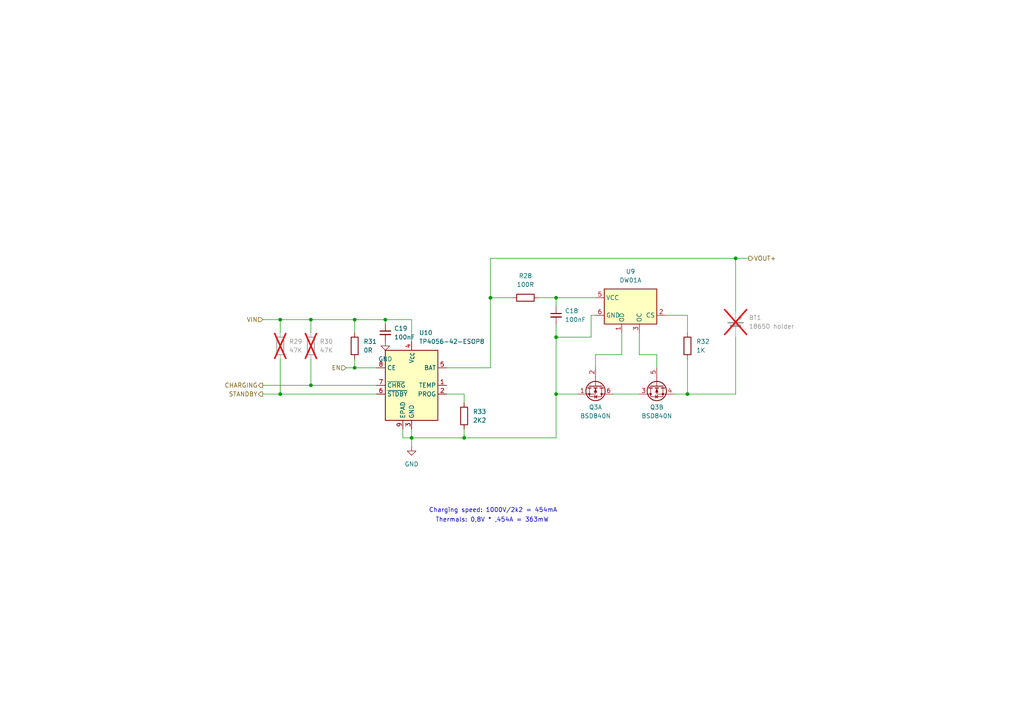
<source format=kicad_sch>
(kicad_sch
	(version 20250114)
	(generator "eeschema")
	(generator_version "9.0")
	(uuid "f36707cd-414c-49b6-86b9-84dfb81795cd")
	(paper "A4")
	(lib_symbols
		(symbol "Battery_Management:DW01A"
			(exclude_from_sim no)
			(in_bom yes)
			(on_board yes)
			(property "Reference" "U"
				(at -6.604 6.35 0)
				(effects
					(font
						(size 1.27 1.27)
					)
				)
			)
			(property "Value" "DW01A"
				(at 4.318 6.604 0)
				(effects
					(font
						(size 1.27 1.27)
					)
				)
			)
			(property "Footprint" "Package_TO_SOT_SMD:SOT-23-6"
				(at 0 0 0)
				(effects
					(font
						(size 1.27 1.27)
					)
					(hide yes)
				)
			)
			(property "Datasheet" "https://hmsemi.com/downfile/DW01A.PDF"
				(at 0 0 0)
				(effects
					(font
						(size 1.27 1.27)
					)
					(hide yes)
				)
			)
			(property "Description" "Overcharge, overcurrent and overdischarge protection IC for single cell lithium-ion/polymer battery"
				(at 0.254 1.524 0)
				(effects
					(font
						(size 1.27 1.27)
					)
					(hide yes)
				)
			)
			(property "ki_keywords" "battery protection li-ion lipo overcurrent overdischarge overcharge"
				(at 0 0 0)
				(effects
					(font
						(size 1.27 1.27)
					)
					(hide yes)
				)
			)
			(property "ki_fp_filters" "SOT?23*"
				(at 0 0 0)
				(effects
					(font
						(size 1.27 1.27)
					)
					(hide yes)
				)
			)
			(symbol "DW01A_0_1"
				(pin power_in line
					(at -10.16 2.54 0)
					(length 2.54)
					(name "VCC"
						(effects
							(font
								(size 1.27 1.27)
							)
						)
					)
					(number "5"
						(effects
							(font
								(size 1.27 1.27)
							)
						)
					)
				)
				(pin power_in line
					(at -10.16 -2.54 0)
					(length 2.54)
					(name "GND"
						(effects
							(font
								(size 1.27 1.27)
							)
						)
					)
					(number "6"
						(effects
							(font
								(size 1.27 1.27)
							)
						)
					)
				)
				(pin output line
					(at -2.54 -7.62 90)
					(length 2.54)
					(name "OD"
						(effects
							(font
								(size 1.27 1.27)
							)
						)
					)
					(number "1"
						(effects
							(font
								(size 1.27 1.27)
							)
						)
					)
				)
				(pin output line
					(at 2.54 -7.62 90)
					(length 2.54)
					(name "OC"
						(effects
							(font
								(size 1.27 1.27)
							)
						)
					)
					(number "3"
						(effects
							(font
								(size 1.27 1.27)
							)
						)
					)
				)
				(pin input line
					(at 10.16 -2.54 180)
					(length 2.54)
					(name "CS"
						(effects
							(font
								(size 1.27 1.27)
							)
						)
					)
					(number "2"
						(effects
							(font
								(size 1.27 1.27)
							)
						)
					)
				)
			)
			(symbol "DW01A_1_1"
				(rectangle
					(start -7.62 5.08)
					(end 7.62 -5.08)
					(stroke
						(width 0.254)
						(type default)
					)
					(fill
						(type background)
					)
				)
				(pin no_connect line
					(at 10.16 2.54 180)
					(length 2.54)
					(hide yes)
					(name "TD"
						(effects
							(font
								(size 1.27 1.27)
							)
						)
					)
					(number "4"
						(effects
							(font
								(size 1.27 1.27)
							)
						)
					)
				)
			)
			(embedded_fonts no)
		)
		(symbol "Battery_Management:TP4056-42-ESOP8"
			(exclude_from_sim no)
			(in_bom yes)
			(on_board yes)
			(property "Reference" "U"
				(at -6.604 11.684 0)
				(effects
					(font
						(size 1.27 1.27)
					)
				)
			)
			(property "Value" "TP4056-42-ESOP8"
				(at 10.16 11.684 0)
				(effects
					(font
						(size 1.27 1.27)
					)
				)
			)
			(property "Footprint" "Package_SO:SOIC-8-1EP_3.9x4.9mm_P1.27mm_EP2.41x3.3mm_ThermalVias"
				(at 0.508 -22.86 0)
				(effects
					(font
						(size 1.27 1.27)
					)
					(hide yes)
				)
			)
			(property "Datasheet" "https://www.lcsc.com/datasheet/lcsc_datasheet_2410121619_TOPPOWER-Nanjing-Extension-Microelectronics-TP4056-42-ESOP8_C16581.pdf"
				(at 0 -25.4 0)
				(effects
					(font
						(size 1.27 1.27)
					)
					(hide yes)
				)
			)
			(property "Description" "1A Standalone Linear Li-ion/LiPo single-cell battery charger, 4.2V ±1% charge voltage, VCC = 4.0..8.0V, SOIC-8 (SOP-8)"
				(at 0.508 -20.32 0)
				(effects
					(font
						(size 1.27 1.27)
					)
					(hide yes)
				)
			)
			(property "ki_keywords" "lithium-ion lithium-polymer Li-Poly"
				(at 0 0 0)
				(effects
					(font
						(size 1.27 1.27)
					)
					(hide yes)
				)
			)
			(property "ki_fp_filters" "*SO*3.9x4.*P1.27mm*EP2.4*x3.3*mm*"
				(at 0 0 0)
				(effects
					(font
						(size 1.27 1.27)
					)
					(hide yes)
				)
			)
			(symbol "TP4056-42-ESOP8_1_0"
				(pin input line
					(at -10.16 5.08 0)
					(length 2.54)
					(name "CE"
						(effects
							(font
								(size 1.27 1.27)
							)
						)
					)
					(number "8"
						(effects
							(font
								(size 1.27 1.27)
							)
						)
					)
				)
				(pin open_collector line
					(at -10.16 0 0)
					(length 2.54)
					(name "~{CHRG}"
						(effects
							(font
								(size 1.27 1.27)
							)
						)
					)
					(number "7"
						(effects
							(font
								(size 1.27 1.27)
							)
						)
					)
				)
				(pin open_collector line
					(at -10.16 -2.54 0)
					(length 2.54)
					(name "~{STDBY}"
						(effects
							(font
								(size 1.27 1.27)
							)
						)
					)
					(number "6"
						(effects
							(font
								(size 1.27 1.27)
							)
						)
					)
				)
				(pin passive line
					(at -2.54 -12.7 90)
					(length 2.54)
					(name "EPAD"
						(effects
							(font
								(size 1.27 1.27)
							)
						)
					)
					(number "9"
						(effects
							(font
								(size 1.27 1.27)
							)
						)
					)
				)
				(pin power_in line
					(at 0 12.7 270)
					(length 2.54)
					(name "V_{CC}"
						(effects
							(font
								(size 1.27 1.27)
							)
						)
					)
					(number "4"
						(effects
							(font
								(size 1.27 1.27)
							)
						)
					)
				)
				(pin power_in line
					(at 0 -12.7 90)
					(length 2.54)
					(name "GND"
						(effects
							(font
								(size 1.27 1.27)
							)
						)
					)
					(number "3"
						(effects
							(font
								(size 1.27 1.27)
							)
						)
					)
				)
				(pin power_out line
					(at 10.16 5.08 180)
					(length 2.54)
					(name "BAT"
						(effects
							(font
								(size 1.27 1.27)
							)
						)
					)
					(number "5"
						(effects
							(font
								(size 1.27 1.27)
							)
						)
					)
				)
				(pin input line
					(at 10.16 0 180)
					(length 2.54)
					(name "TEMP"
						(effects
							(font
								(size 1.27 1.27)
							)
						)
					)
					(number "1"
						(effects
							(font
								(size 1.27 1.27)
							)
						)
					)
				)
				(pin passive line
					(at 10.16 -2.54 180)
					(length 2.54)
					(name "PROG"
						(effects
							(font
								(size 1.27 1.27)
							)
						)
					)
					(number "2"
						(effects
							(font
								(size 1.27 1.27)
							)
						)
					)
				)
			)
			(symbol "TP4056-42-ESOP8_1_1"
				(rectangle
					(start -7.62 10.16)
					(end 7.62 -10.16)
					(stroke
						(width 0.254)
						(type default)
					)
					(fill
						(type background)
					)
				)
			)
			(embedded_fonts no)
		)
		(symbol "Device:Battery_Cell"
			(pin_numbers
				(hide yes)
			)
			(pin_names
				(offset 0)
				(hide yes)
			)
			(exclude_from_sim no)
			(in_bom yes)
			(on_board yes)
			(property "Reference" "BT"
				(at 2.54 2.54 0)
				(effects
					(font
						(size 1.27 1.27)
					)
					(justify left)
				)
			)
			(property "Value" "Battery_Cell"
				(at 2.54 0 0)
				(effects
					(font
						(size 1.27 1.27)
					)
					(justify left)
				)
			)
			(property "Footprint" ""
				(at 0 1.524 90)
				(effects
					(font
						(size 1.27 1.27)
					)
					(hide yes)
				)
			)
			(property "Datasheet" "~"
				(at 0 1.524 90)
				(effects
					(font
						(size 1.27 1.27)
					)
					(hide yes)
				)
			)
			(property "Description" "Single-cell battery"
				(at 0 0 0)
				(effects
					(font
						(size 1.27 1.27)
					)
					(hide yes)
				)
			)
			(property "ki_keywords" "battery cell"
				(at 0 0 0)
				(effects
					(font
						(size 1.27 1.27)
					)
					(hide yes)
				)
			)
			(symbol "Battery_Cell_0_1"
				(rectangle
					(start -2.286 1.778)
					(end 2.286 1.524)
					(stroke
						(width 0)
						(type default)
					)
					(fill
						(type outline)
					)
				)
				(rectangle
					(start -1.524 1.016)
					(end 1.524 0.508)
					(stroke
						(width 0)
						(type default)
					)
					(fill
						(type outline)
					)
				)
				(polyline
					(pts
						(xy 0 1.778) (xy 0 2.54)
					)
					(stroke
						(width 0)
						(type default)
					)
					(fill
						(type none)
					)
				)
				(polyline
					(pts
						(xy 0 0.762) (xy 0 0)
					)
					(stroke
						(width 0)
						(type default)
					)
					(fill
						(type none)
					)
				)
				(polyline
					(pts
						(xy 0.762 3.048) (xy 1.778 3.048)
					)
					(stroke
						(width 0.254)
						(type default)
					)
					(fill
						(type none)
					)
				)
				(polyline
					(pts
						(xy 1.27 3.556) (xy 1.27 2.54)
					)
					(stroke
						(width 0.254)
						(type default)
					)
					(fill
						(type none)
					)
				)
			)
			(symbol "Battery_Cell_1_1"
				(pin passive line
					(at 0 5.08 270)
					(length 2.54)
					(name "+"
						(effects
							(font
								(size 1.27 1.27)
							)
						)
					)
					(number "1"
						(effects
							(font
								(size 1.27 1.27)
							)
						)
					)
				)
				(pin passive line
					(at 0 -2.54 90)
					(length 2.54)
					(name "-"
						(effects
							(font
								(size 1.27 1.27)
							)
						)
					)
					(number "2"
						(effects
							(font
								(size 1.27 1.27)
							)
						)
					)
				)
			)
			(embedded_fonts no)
		)
		(symbol "Device:C_Small"
			(pin_numbers
				(hide yes)
			)
			(pin_names
				(offset 0.254)
				(hide yes)
			)
			(exclude_from_sim no)
			(in_bom yes)
			(on_board yes)
			(property "Reference" "C"
				(at 0.254 1.778 0)
				(effects
					(font
						(size 1.27 1.27)
					)
					(justify left)
				)
			)
			(property "Value" "C_Small"
				(at 0.254 -2.032 0)
				(effects
					(font
						(size 1.27 1.27)
					)
					(justify left)
				)
			)
			(property "Footprint" ""
				(at 0 0 0)
				(effects
					(font
						(size 1.27 1.27)
					)
					(hide yes)
				)
			)
			(property "Datasheet" "~"
				(at 0 0 0)
				(effects
					(font
						(size 1.27 1.27)
					)
					(hide yes)
				)
			)
			(property "Description" "Unpolarized capacitor, small symbol"
				(at 0 0 0)
				(effects
					(font
						(size 1.27 1.27)
					)
					(hide yes)
				)
			)
			(property "ki_keywords" "capacitor cap"
				(at 0 0 0)
				(effects
					(font
						(size 1.27 1.27)
					)
					(hide yes)
				)
			)
			(property "ki_fp_filters" "C_*"
				(at 0 0 0)
				(effects
					(font
						(size 1.27 1.27)
					)
					(hide yes)
				)
			)
			(symbol "C_Small_0_1"
				(polyline
					(pts
						(xy -1.524 0.508) (xy 1.524 0.508)
					)
					(stroke
						(width 0.3048)
						(type default)
					)
					(fill
						(type none)
					)
				)
				(polyline
					(pts
						(xy -1.524 -0.508) (xy 1.524 -0.508)
					)
					(stroke
						(width 0.3302)
						(type default)
					)
					(fill
						(type none)
					)
				)
			)
			(symbol "C_Small_1_1"
				(pin passive line
					(at 0 2.54 270)
					(length 2.032)
					(name "~"
						(effects
							(font
								(size 1.27 1.27)
							)
						)
					)
					(number "1"
						(effects
							(font
								(size 1.27 1.27)
							)
						)
					)
				)
				(pin passive line
					(at 0 -2.54 90)
					(length 2.032)
					(name "~"
						(effects
							(font
								(size 1.27 1.27)
							)
						)
					)
					(number "2"
						(effects
							(font
								(size 1.27 1.27)
							)
						)
					)
				)
			)
			(embedded_fonts no)
		)
		(symbol "Device:R"
			(pin_numbers
				(hide yes)
			)
			(pin_names
				(offset 0)
			)
			(exclude_from_sim no)
			(in_bom yes)
			(on_board yes)
			(property "Reference" "R"
				(at 2.032 0 90)
				(effects
					(font
						(size 1.27 1.27)
					)
				)
			)
			(property "Value" "R"
				(at 0 0 90)
				(effects
					(font
						(size 1.27 1.27)
					)
				)
			)
			(property "Footprint" ""
				(at -1.778 0 90)
				(effects
					(font
						(size 1.27 1.27)
					)
					(hide yes)
				)
			)
			(property "Datasheet" "~"
				(at 0 0 0)
				(effects
					(font
						(size 1.27 1.27)
					)
					(hide yes)
				)
			)
			(property "Description" "Resistor"
				(at 0 0 0)
				(effects
					(font
						(size 1.27 1.27)
					)
					(hide yes)
				)
			)
			(property "ki_keywords" "R res resistor"
				(at 0 0 0)
				(effects
					(font
						(size 1.27 1.27)
					)
					(hide yes)
				)
			)
			(property "ki_fp_filters" "R_*"
				(at 0 0 0)
				(effects
					(font
						(size 1.27 1.27)
					)
					(hide yes)
				)
			)
			(symbol "R_0_1"
				(rectangle
					(start -1.016 -2.54)
					(end 1.016 2.54)
					(stroke
						(width 0.254)
						(type default)
					)
					(fill
						(type none)
					)
				)
			)
			(symbol "R_1_1"
				(pin passive line
					(at 0 3.81 270)
					(length 1.27)
					(name "~"
						(effects
							(font
								(size 1.27 1.27)
							)
						)
					)
					(number "1"
						(effects
							(font
								(size 1.27 1.27)
							)
						)
					)
				)
				(pin passive line
					(at 0 -3.81 90)
					(length 1.27)
					(name "~"
						(effects
							(font
								(size 1.27 1.27)
							)
						)
					)
					(number "2"
						(effects
							(font
								(size 1.27 1.27)
							)
						)
					)
				)
			)
			(embedded_fonts no)
		)
		(symbol "Transistor_FET:BSD840N"
			(pin_names
				(hide yes)
			)
			(exclude_from_sim no)
			(in_bom yes)
			(on_board yes)
			(property "Reference" "Q"
				(at 5.08 1.905 0)
				(effects
					(font
						(size 1.27 1.27)
					)
					(justify left)
				)
			)
			(property "Value" "BSD840N"
				(at 5.08 0 0)
				(effects
					(font
						(size 1.27 1.27)
					)
					(justify left)
				)
			)
			(property "Footprint" "Package_TO_SOT_SMD:SOT-363_SC-70-6"
				(at 5.08 -1.905 0)
				(effects
					(font
						(size 1.27 1.27)
						(italic yes)
					)
					(justify left)
					(hide yes)
				)
			)
			(property "Datasheet" "https://www.infineon.com/dgdl/BSD840N_Rev2%204.pdf?fileId=db3a30431b0626df011b12b4486c7c02"
				(at 5.08 -3.81 0)
				(effects
					(font
						(size 1.27 1.27)
					)
					(justify left)
					(hide yes)
				)
			)
			(property "Description" "0.88A Id, 20V Vds, Dual N-Channel MOSFET, 560mOhm Ron at 1.8V Vgs (ultra logic level), SOT-363"
				(at 0 0 0)
				(effects
					(font
						(size 1.27 1.27)
					)
					(hide yes)
				)
			)
			(property "ki_keywords" "nfet pair"
				(at 0 0 0)
				(effects
					(font
						(size 1.27 1.27)
					)
					(hide yes)
				)
			)
			(property "ki_fp_filters" "SOT?363*"
				(at 0 0 0)
				(effects
					(font
						(size 1.27 1.27)
					)
					(hide yes)
				)
			)
			(symbol "BSD840N_0_1"
				(polyline
					(pts
						(xy 0.254 1.905) (xy 0.254 -1.905)
					)
					(stroke
						(width 0.254)
						(type default)
					)
					(fill
						(type none)
					)
				)
				(polyline
					(pts
						(xy 0.254 0) (xy -2.54 0)
					)
					(stroke
						(width 0)
						(type default)
					)
					(fill
						(type none)
					)
				)
				(polyline
					(pts
						(xy 0.762 2.286) (xy 0.762 1.27)
					)
					(stroke
						(width 0.254)
						(type default)
					)
					(fill
						(type none)
					)
				)
				(polyline
					(pts
						(xy 0.762 0.508) (xy 0.762 -0.508)
					)
					(stroke
						(width 0.254)
						(type default)
					)
					(fill
						(type none)
					)
				)
				(polyline
					(pts
						(xy 0.762 -1.27) (xy 0.762 -2.286)
					)
					(stroke
						(width 0.254)
						(type default)
					)
					(fill
						(type none)
					)
				)
				(polyline
					(pts
						(xy 0.762 -1.778) (xy 3.302 -1.778) (xy 3.302 1.778) (xy 0.762 1.778)
					)
					(stroke
						(width 0)
						(type default)
					)
					(fill
						(type none)
					)
				)
				(polyline
					(pts
						(xy 1.016 0) (xy 2.032 0.381) (xy 2.032 -0.381) (xy 1.016 0)
					)
					(stroke
						(width 0)
						(type default)
					)
					(fill
						(type outline)
					)
				)
				(circle
					(center 1.651 0)
					(radius 2.794)
					(stroke
						(width 0.254)
						(type default)
					)
					(fill
						(type none)
					)
				)
				(polyline
					(pts
						(xy 2.54 2.54) (xy 2.54 1.778)
					)
					(stroke
						(width 0)
						(type default)
					)
					(fill
						(type none)
					)
				)
				(circle
					(center 2.54 1.778)
					(radius 0.254)
					(stroke
						(width 0)
						(type default)
					)
					(fill
						(type outline)
					)
				)
				(circle
					(center 2.54 -1.778)
					(radius 0.254)
					(stroke
						(width 0)
						(type default)
					)
					(fill
						(type outline)
					)
				)
				(polyline
					(pts
						(xy 2.54 -2.54) (xy 2.54 0) (xy 0.762 0)
					)
					(stroke
						(width 0)
						(type default)
					)
					(fill
						(type none)
					)
				)
				(polyline
					(pts
						(xy 2.794 0.508) (xy 2.921 0.381) (xy 3.683 0.381) (xy 3.81 0.254)
					)
					(stroke
						(width 0)
						(type default)
					)
					(fill
						(type none)
					)
				)
				(polyline
					(pts
						(xy 3.302 0.381) (xy 2.921 -0.254) (xy 3.683 -0.254) (xy 3.302 0.381)
					)
					(stroke
						(width 0)
						(type default)
					)
					(fill
						(type none)
					)
				)
			)
			(symbol "BSD840N_1_1"
				(pin passive line
					(at -5.08 0 0)
					(length 2.54)
					(name "G"
						(effects
							(font
								(size 1.27 1.27)
							)
						)
					)
					(number "2"
						(effects
							(font
								(size 1.27 1.27)
							)
						)
					)
				)
				(pin passive line
					(at 2.54 5.08 270)
					(length 2.54)
					(name "D"
						(effects
							(font
								(size 1.27 1.27)
							)
						)
					)
					(number "6"
						(effects
							(font
								(size 1.27 1.27)
							)
						)
					)
				)
				(pin passive line
					(at 2.54 -5.08 90)
					(length 2.54)
					(name "S"
						(effects
							(font
								(size 1.27 1.27)
							)
						)
					)
					(number "1"
						(effects
							(font
								(size 1.27 1.27)
							)
						)
					)
				)
			)
			(symbol "BSD840N_2_1"
				(pin passive line
					(at -5.08 0 0)
					(length 2.54)
					(name "G"
						(effects
							(font
								(size 1.27 1.27)
							)
						)
					)
					(number "5"
						(effects
							(font
								(size 1.27 1.27)
							)
						)
					)
				)
				(pin passive line
					(at 2.54 5.08 270)
					(length 2.54)
					(name "D"
						(effects
							(font
								(size 1.27 1.27)
							)
						)
					)
					(number "3"
						(effects
							(font
								(size 1.27 1.27)
							)
						)
					)
				)
				(pin passive line
					(at 2.54 -5.08 90)
					(length 2.54)
					(name "S"
						(effects
							(font
								(size 1.27 1.27)
							)
						)
					)
					(number "4"
						(effects
							(font
								(size 1.27 1.27)
							)
						)
					)
				)
			)
			(embedded_fonts no)
		)
		(symbol "power:GND"
			(power)
			(pin_numbers
				(hide yes)
			)
			(pin_names
				(offset 0)
				(hide yes)
			)
			(exclude_from_sim no)
			(in_bom yes)
			(on_board yes)
			(property "Reference" "#PWR"
				(at 0 -6.35 0)
				(effects
					(font
						(size 1.27 1.27)
					)
					(hide yes)
				)
			)
			(property "Value" "GND"
				(at 0 -3.81 0)
				(effects
					(font
						(size 1.27 1.27)
					)
				)
			)
			(property "Footprint" ""
				(at 0 0 0)
				(effects
					(font
						(size 1.27 1.27)
					)
					(hide yes)
				)
			)
			(property "Datasheet" ""
				(at 0 0 0)
				(effects
					(font
						(size 1.27 1.27)
					)
					(hide yes)
				)
			)
			(property "Description" "Power symbol creates a global label with name \"GND\" , ground"
				(at 0 0 0)
				(effects
					(font
						(size 1.27 1.27)
					)
					(hide yes)
				)
			)
			(property "ki_keywords" "global power"
				(at 0 0 0)
				(effects
					(font
						(size 1.27 1.27)
					)
					(hide yes)
				)
			)
			(symbol "GND_0_1"
				(polyline
					(pts
						(xy 0 0) (xy 0 -1.27) (xy 1.27 -1.27) (xy 0 -2.54) (xy -1.27 -1.27) (xy 0 -1.27)
					)
					(stroke
						(width 0)
						(type default)
					)
					(fill
						(type none)
					)
				)
			)
			(symbol "GND_1_1"
				(pin power_in line
					(at 0 0 270)
					(length 0)
					(name "~"
						(effects
							(font
								(size 1.27 1.27)
							)
						)
					)
					(number "1"
						(effects
							(font
								(size 1.27 1.27)
							)
						)
					)
				)
			)
			(embedded_fonts no)
		)
	)
	(text "Thermals: 0,8V * ,454A = 363mW"
		(exclude_from_sim no)
		(at 142.748 150.876 0)
		(effects
			(font
				(size 1.27 1.27)
			)
		)
		(uuid "3eaaa133-f43e-4aa2-b641-225d40ff87d4")
	)
	(text "Charging speed: 1000V/2k2 = 454mA"
		(exclude_from_sim no)
		(at 143.002 148.082 0)
		(effects
			(font
				(size 1.27 1.27)
			)
		)
		(uuid "a48d2882-a189-4b63-960f-d5dd5fcb97ab")
	)
	(junction
		(at 199.39 114.3)
		(diameter 0)
		(color 0 0 0 0)
		(uuid "059a2e56-b124-4023-b743-9910fe210e0d")
	)
	(junction
		(at 213.36 74.93)
		(diameter 0)
		(color 0 0 0 0)
		(uuid "3be62020-c8f6-40d6-adb3-ea3bdd70b5ce")
	)
	(junction
		(at 142.24 86.36)
		(diameter 0)
		(color 0 0 0 0)
		(uuid "3da98ddd-74c8-408b-adf6-92138644b767")
	)
	(junction
		(at 81.28 92.71)
		(diameter 0)
		(color 0 0 0 0)
		(uuid "4d7babbf-30f8-4639-9957-c1492e6a774e")
	)
	(junction
		(at 102.87 106.68)
		(diameter 0)
		(color 0 0 0 0)
		(uuid "65b5484d-3a13-4108-bc0b-9145f4e74cc0")
	)
	(junction
		(at 81.28 114.3)
		(diameter 0)
		(color 0 0 0 0)
		(uuid "6c9f3942-2460-4b65-9709-d394a7a1814f")
	)
	(junction
		(at 119.38 127)
		(diameter 0)
		(color 0 0 0 0)
		(uuid "811aeca3-cb04-4cd9-8340-cf63b12ab2f8")
	)
	(junction
		(at 161.29 86.36)
		(diameter 0)
		(color 0 0 0 0)
		(uuid "82430655-e8ad-4314-ab25-83e5686c05e6")
	)
	(junction
		(at 111.76 92.71)
		(diameter 0)
		(color 0 0 0 0)
		(uuid "9735ea9c-7bcc-47dc-9019-7e6dae05a5d5")
	)
	(junction
		(at 90.17 92.71)
		(diameter 0)
		(color 0 0 0 0)
		(uuid "a231496f-91f8-4613-8ad0-9cf3a698e3de")
	)
	(junction
		(at 161.29 114.3)
		(diameter 0)
		(color 0 0 0 0)
		(uuid "a6c9dc8c-6ec7-44e8-8d11-0bb54d16a220")
	)
	(junction
		(at 161.29 97.79)
		(diameter 0)
		(color 0 0 0 0)
		(uuid "aa31517c-52b5-42d0-9c22-8b9bc39e424f")
	)
	(junction
		(at 134.62 127)
		(diameter 0)
		(color 0 0 0 0)
		(uuid "b6fb232c-0efd-4483-9329-57a54ad4104c")
	)
	(junction
		(at 90.17 111.76)
		(diameter 0)
		(color 0 0 0 0)
		(uuid "bba2e6a5-27ec-4e27-8c2a-4d0c4dba3ffb")
	)
	(junction
		(at 102.87 92.71)
		(diameter 0)
		(color 0 0 0 0)
		(uuid "dfa213d1-96e3-4da0-9a7f-94555ef49526")
	)
	(wire
		(pts
			(xy 177.8 114.3) (xy 185.42 114.3)
		)
		(stroke
			(width 0)
			(type default)
		)
		(uuid "00ea99a7-e818-4f31-8169-c9b0867791ba")
	)
	(wire
		(pts
			(xy 161.29 93.98) (xy 161.29 97.79)
		)
		(stroke
			(width 0)
			(type default)
		)
		(uuid "062512a7-8dec-4175-939a-3c73e73bae0d")
	)
	(wire
		(pts
			(xy 161.29 88.9) (xy 161.29 86.36)
		)
		(stroke
			(width 0)
			(type default)
		)
		(uuid "0e753ab8-a305-49b3-96c3-e55d9655b519")
	)
	(wire
		(pts
			(xy 142.24 86.36) (xy 148.59 86.36)
		)
		(stroke
			(width 0)
			(type default)
		)
		(uuid "1fbf662e-ee9a-42b6-9e08-2c57b2276ced")
	)
	(wire
		(pts
			(xy 116.84 124.46) (xy 116.84 127)
		)
		(stroke
			(width 0)
			(type default)
		)
		(uuid "27a19a24-36e9-4648-827b-3ef8cbd78d6b")
	)
	(wire
		(pts
			(xy 172.72 91.44) (xy 171.45 91.44)
		)
		(stroke
			(width 0)
			(type default)
		)
		(uuid "286f6ce4-e752-4c61-add2-bc39413577d0")
	)
	(wire
		(pts
			(xy 193.04 91.44) (xy 199.39 91.44)
		)
		(stroke
			(width 0)
			(type default)
		)
		(uuid "2a4323cf-e466-4c90-af9a-7384a647dd45")
	)
	(wire
		(pts
			(xy 172.72 106.68) (xy 172.72 102.87)
		)
		(stroke
			(width 0)
			(type default)
		)
		(uuid "2a438526-bb85-4627-b7ba-a603c953bb9a")
	)
	(wire
		(pts
			(xy 134.62 114.3) (xy 134.62 116.84)
		)
		(stroke
			(width 0)
			(type default)
		)
		(uuid "2e9aacfe-8492-497f-bef2-e79bcbea6be4")
	)
	(wire
		(pts
			(xy 199.39 104.14) (xy 199.39 114.3)
		)
		(stroke
			(width 0)
			(type default)
		)
		(uuid "380b77aa-2649-495c-ba21-0c6cdeb7d1bc")
	)
	(wire
		(pts
			(xy 119.38 92.71) (xy 119.38 99.06)
		)
		(stroke
			(width 0)
			(type default)
		)
		(uuid "38193a05-faa1-43ed-9944-cedaee60cc9d")
	)
	(wire
		(pts
			(xy 171.45 91.44) (xy 171.45 97.79)
		)
		(stroke
			(width 0)
			(type default)
		)
		(uuid "3a1292df-802b-44f3-96bc-9afbef56abc7")
	)
	(wire
		(pts
			(xy 81.28 114.3) (xy 109.22 114.3)
		)
		(stroke
			(width 0)
			(type default)
		)
		(uuid "4ae936c9-9853-4c63-aabd-75b3671f4771")
	)
	(wire
		(pts
			(xy 76.2 92.71) (xy 81.28 92.71)
		)
		(stroke
			(width 0)
			(type default)
		)
		(uuid "5101bc98-ed05-4600-919c-e6d05bf4d1cd")
	)
	(wire
		(pts
			(xy 119.38 124.46) (xy 119.38 127)
		)
		(stroke
			(width 0)
			(type default)
		)
		(uuid "5899ddf8-ae35-4c2b-897f-0cc0d5078ce5")
	)
	(wire
		(pts
			(xy 116.84 127) (xy 119.38 127)
		)
		(stroke
			(width 0)
			(type default)
		)
		(uuid "58d65ae4-803d-48e8-bc1b-2f8527854eb6")
	)
	(wire
		(pts
			(xy 142.24 106.68) (xy 142.24 86.36)
		)
		(stroke
			(width 0)
			(type default)
		)
		(uuid "59185396-3577-4fa7-a849-d8e1c055694c")
	)
	(wire
		(pts
			(xy 172.72 102.87) (xy 180.34 102.87)
		)
		(stroke
			(width 0)
			(type default)
		)
		(uuid "5ac54f2e-ff0c-40af-99b1-a25dc06ede6c")
	)
	(wire
		(pts
			(xy 213.36 74.93) (xy 217.17 74.93)
		)
		(stroke
			(width 0)
			(type default)
		)
		(uuid "5fe7a828-8c00-4f61-8f0d-caef4a0a6940")
	)
	(wire
		(pts
			(xy 185.42 102.87) (xy 190.5 102.87)
		)
		(stroke
			(width 0)
			(type default)
		)
		(uuid "607bdd6e-1ac4-4903-a224-a3a6a29a8815")
	)
	(wire
		(pts
			(xy 134.62 127) (xy 161.29 127)
		)
		(stroke
			(width 0)
			(type default)
		)
		(uuid "61e0d30b-ad8c-46fd-9f51-83eccaacb590")
	)
	(wire
		(pts
			(xy 81.28 96.52) (xy 81.28 92.71)
		)
		(stroke
			(width 0)
			(type default)
		)
		(uuid "63156957-f3e3-4c2b-bf42-abe92bb1792b")
	)
	(wire
		(pts
			(xy 142.24 74.93) (xy 142.24 86.36)
		)
		(stroke
			(width 0)
			(type default)
		)
		(uuid "63e7570d-4257-4e1c-a890-f238f4683c38")
	)
	(wire
		(pts
			(xy 111.76 92.71) (xy 119.38 92.71)
		)
		(stroke
			(width 0)
			(type default)
		)
		(uuid "6f1b3513-f637-4e09-8d53-ef77c24c20c7")
	)
	(wire
		(pts
			(xy 102.87 92.71) (xy 102.87 96.52)
		)
		(stroke
			(width 0)
			(type default)
		)
		(uuid "73c76cf9-fe7a-42e5-a718-157402775374")
	)
	(wire
		(pts
			(xy 199.39 91.44) (xy 199.39 96.52)
		)
		(stroke
			(width 0)
			(type default)
		)
		(uuid "76b5b8ee-6969-48bc-852d-42d85204a571")
	)
	(wire
		(pts
			(xy 90.17 111.76) (xy 90.17 104.14)
		)
		(stroke
			(width 0)
			(type default)
		)
		(uuid "7725883c-a562-48e1-87d9-346b18ad8743")
	)
	(wire
		(pts
			(xy 180.34 102.87) (xy 180.34 96.52)
		)
		(stroke
			(width 0)
			(type default)
		)
		(uuid "7816e55e-c990-406b-8e5a-1b50b00dfc28")
	)
	(wire
		(pts
			(xy 90.17 111.76) (xy 109.22 111.76)
		)
		(stroke
			(width 0)
			(type default)
		)
		(uuid "828ec44b-75b2-468d-a636-0ff75530e816")
	)
	(wire
		(pts
			(xy 142.24 74.93) (xy 213.36 74.93)
		)
		(stroke
			(width 0)
			(type default)
		)
		(uuid "90c44b6f-f3c8-491e-9fe0-59ebb611601f")
	)
	(wire
		(pts
			(xy 81.28 114.3) (xy 81.28 104.14)
		)
		(stroke
			(width 0)
			(type default)
		)
		(uuid "9630a9bd-d303-42f6-86c0-7c1170692173")
	)
	(wire
		(pts
			(xy 111.76 92.71) (xy 111.76 93.98)
		)
		(stroke
			(width 0)
			(type default)
		)
		(uuid "9884169e-989a-4898-b207-de896b918edb")
	)
	(wire
		(pts
			(xy 129.54 114.3) (xy 134.62 114.3)
		)
		(stroke
			(width 0)
			(type default)
		)
		(uuid "98c486f8-0102-4254-b6a7-275e4826c631")
	)
	(wire
		(pts
			(xy 76.2 111.76) (xy 90.17 111.76)
		)
		(stroke
			(width 0)
			(type default)
		)
		(uuid "9d25a7b2-5bb1-4d94-8828-8b3244c30129")
	)
	(wire
		(pts
			(xy 102.87 106.68) (xy 109.22 106.68)
		)
		(stroke
			(width 0)
			(type default)
		)
		(uuid "9dd01be5-d115-425e-be04-fab497e9fa9c")
	)
	(wire
		(pts
			(xy 81.28 92.71) (xy 90.17 92.71)
		)
		(stroke
			(width 0)
			(type default)
		)
		(uuid "9ddc4bc5-65f6-4c5a-ac31-1e12f8175968")
	)
	(wire
		(pts
			(xy 167.64 114.3) (xy 161.29 114.3)
		)
		(stroke
			(width 0)
			(type default)
		)
		(uuid "a4931dc1-5879-4bbf-9ba9-c4a5d8395d50")
	)
	(wire
		(pts
			(xy 185.42 96.52) (xy 185.42 102.87)
		)
		(stroke
			(width 0)
			(type default)
		)
		(uuid "a68de985-b11b-4178-94b0-1ce6754359ac")
	)
	(wire
		(pts
			(xy 100.33 106.68) (xy 102.87 106.68)
		)
		(stroke
			(width 0)
			(type default)
		)
		(uuid "b032dbf2-520b-4aa0-b93e-60aa8dd76394")
	)
	(wire
		(pts
			(xy 76.2 114.3) (xy 81.28 114.3)
		)
		(stroke
			(width 0)
			(type default)
		)
		(uuid "b3180203-f5bc-4ebc-a862-fe6313fa07b5")
	)
	(wire
		(pts
			(xy 161.29 97.79) (xy 161.29 114.3)
		)
		(stroke
			(width 0)
			(type default)
		)
		(uuid "b3f9f7b7-a252-4ac1-8b8c-fbbba5d0b3ca")
	)
	(wire
		(pts
			(xy 213.36 74.93) (xy 213.36 90.17)
		)
		(stroke
			(width 0)
			(type default)
		)
		(uuid "b53d495c-6391-4b9e-8293-26f3cd682a3a")
	)
	(wire
		(pts
			(xy 161.29 114.3) (xy 161.29 127)
		)
		(stroke
			(width 0)
			(type default)
		)
		(uuid "b6b49aec-2409-4cc8-b78e-0ef0cb13cfff")
	)
	(wire
		(pts
			(xy 102.87 104.14) (xy 102.87 106.68)
		)
		(stroke
			(width 0)
			(type default)
		)
		(uuid "bfbe3c56-86db-4ed7-b333-1a8baa363494")
	)
	(wire
		(pts
			(xy 161.29 97.79) (xy 171.45 97.79)
		)
		(stroke
			(width 0)
			(type default)
		)
		(uuid "c3fb2104-3031-437f-ade7-2acd8a3bdc77")
	)
	(wire
		(pts
			(xy 142.24 106.68) (xy 129.54 106.68)
		)
		(stroke
			(width 0)
			(type default)
		)
		(uuid "c9f394af-662d-47c4-912a-7c54a397b570")
	)
	(wire
		(pts
			(xy 119.38 127) (xy 119.38 129.54)
		)
		(stroke
			(width 0)
			(type default)
		)
		(uuid "ca1ad97d-d070-4f18-986d-d6180af107f9")
	)
	(wire
		(pts
			(xy 119.38 127) (xy 134.62 127)
		)
		(stroke
			(width 0)
			(type default)
		)
		(uuid "cce5f080-d246-4cd8-b4ed-daa11be257f1")
	)
	(wire
		(pts
			(xy 90.17 92.71) (xy 102.87 92.71)
		)
		(stroke
			(width 0)
			(type default)
		)
		(uuid "dc7afe41-6cf0-44b0-b70c-600d564a2abe")
	)
	(wire
		(pts
			(xy 161.29 86.36) (xy 172.72 86.36)
		)
		(stroke
			(width 0)
			(type default)
		)
		(uuid "dd96f7ce-22dc-4705-a892-2436d8fd5b84")
	)
	(wire
		(pts
			(xy 102.87 92.71) (xy 111.76 92.71)
		)
		(stroke
			(width 0)
			(type default)
		)
		(uuid "e27b0ca9-62a4-4148-8f0a-21f6e03dfcbf")
	)
	(wire
		(pts
			(xy 156.21 86.36) (xy 161.29 86.36)
		)
		(stroke
			(width 0)
			(type default)
		)
		(uuid "e2871034-4551-40f3-b66e-a9955da4bcca")
	)
	(wire
		(pts
			(xy 199.39 114.3) (xy 195.58 114.3)
		)
		(stroke
			(width 0)
			(type default)
		)
		(uuid "e3234f0c-72a5-482a-80ee-4909f0347d6c")
	)
	(wire
		(pts
			(xy 134.62 124.46) (xy 134.62 127)
		)
		(stroke
			(width 0)
			(type default)
		)
		(uuid "e5ebb8d7-6750-477d-be21-f14d24141722")
	)
	(wire
		(pts
			(xy 213.36 97.79) (xy 213.36 114.3)
		)
		(stroke
			(width 0)
			(type default)
		)
		(uuid "e7115733-c28f-4f59-bd38-4bbe709cf6bc")
	)
	(wire
		(pts
			(xy 90.17 92.71) (xy 90.17 96.52)
		)
		(stroke
			(width 0)
			(type default)
		)
		(uuid "f28f53ed-8c13-404b-a6e8-5daa73a060e9")
	)
	(wire
		(pts
			(xy 199.39 114.3) (xy 213.36 114.3)
		)
		(stroke
			(width 0)
			(type default)
		)
		(uuid "f7042b0b-eab2-4392-a1df-3729554414b2")
	)
	(wire
		(pts
			(xy 190.5 102.87) (xy 190.5 106.68)
		)
		(stroke
			(width 0)
			(type default)
		)
		(uuid "fee892a0-8526-4c87-9fde-c3507d6be4bd")
	)
	(hierarchical_label "EN"
		(shape input)
		(at 100.33 106.68 180)
		(effects
			(font
				(size 1.27 1.27)
			)
			(justify right)
		)
		(uuid "3fa75b8b-18a1-4bf3-acec-7f7c480b6fcf")
	)
	(hierarchical_label "CHARGING"
		(shape output)
		(at 76.2 111.76 180)
		(effects
			(font
				(size 1.27 1.27)
			)
			(justify right)
		)
		(uuid "45ee662b-3ac5-47a0-95d7-8b8b2654c9dc")
	)
	(hierarchical_label "VOUT+"
		(shape output)
		(at 217.17 74.93 0)
		(effects
			(font
				(size 1.27 1.27)
			)
			(justify left)
		)
		(uuid "5eb28472-0fca-4a28-a5d7-dcd3d5c5094f")
	)
	(hierarchical_label "VIN"
		(shape input)
		(at 76.2 92.71 180)
		(effects
			(font
				(size 1.27 1.27)
			)
			(justify right)
		)
		(uuid "88f34735-15b4-492f-b323-8671301d70b4")
	)
	(hierarchical_label "STANDBY"
		(shape output)
		(at 76.2 114.3 180)
		(effects
			(font
				(size 1.27 1.27)
			)
			(justify right)
		)
		(uuid "ac2e2e8e-7021-4838-8481-3193c5b3acd6")
	)
	(symbol
		(lib_id "power:GND")
		(at 119.38 129.54 0)
		(unit 1)
		(exclude_from_sim no)
		(in_bom yes)
		(on_board yes)
		(dnp no)
		(fields_autoplaced yes)
		(uuid "00be0f71-18a1-47c8-bf65-4bf1e4d88af6")
		(property "Reference" "#PWR033"
			(at 119.38 135.89 0)
			(effects
				(font
					(size 1.27 1.27)
				)
				(hide yes)
			)
		)
		(property "Value" "GND"
			(at 119.38 134.62 0)
			(effects
				(font
					(size 1.27 1.27)
				)
			)
		)
		(property "Footprint" ""
			(at 119.38 129.54 0)
			(effects
				(font
					(size 1.27 1.27)
				)
				(hide yes)
			)
		)
		(property "Datasheet" ""
			(at 119.38 129.54 0)
			(effects
				(font
					(size 1.27 1.27)
				)
				(hide yes)
			)
		)
		(property "Description" "Power symbol creates a global label with name \"GND\" , ground"
			(at 119.38 129.54 0)
			(effects
				(font
					(size 1.27 1.27)
				)
				(hide yes)
			)
		)
		(pin "1"
			(uuid "196843e2-e831-4980-afa9-308b056aa010")
		)
		(instances
			(project ""
				(path "/5a79f1e2-ba22-48c7-8b94-7783fef98302/563ff662-8cb2-4058-8086-3897d6a04e0b"
					(reference "#PWR033")
					(unit 1)
				)
			)
		)
	)
	(symbol
		(lib_id "Transistor_FET:BSD840N")
		(at 190.5 111.76 90)
		(mirror x)
		(unit 2)
		(exclude_from_sim no)
		(in_bom yes)
		(on_board yes)
		(dnp no)
		(uuid "0d2a68af-36a0-4cb6-a5d3-7c41085d0794")
		(property "Reference" "Q3"
			(at 190.5 118.11 90)
			(effects
				(font
					(size 1.27 1.27)
				)
			)
		)
		(property "Value" "BSD840N"
			(at 190.5 120.65 90)
			(effects
				(font
					(size 1.27 1.27)
				)
			)
		)
		(property "Footprint" "Package_TO_SOT_SMD:SOT-363_SC-70-6"
			(at 192.405 116.84 0)
			(effects
				(font
					(size 1.27 1.27)
					(italic yes)
				)
				(justify left)
				(hide yes)
			)
		)
		(property "Datasheet" "https://www.infineon.com/dgdl/BSD840N_Rev2%204.pdf?fileId=db3a30431b0626df011b12b4486c7c02"
			(at 194.31 116.84 0)
			(effects
				(font
					(size 1.27 1.27)
				)
				(justify left)
				(hide yes)
			)
		)
		(property "Description" "0.88A Id, 20V Vds, Dual N-Channel MOSFET, 560mOhm Ron at 1.8V Vgs (ultra logic level), SOT-363"
			(at 190.5 111.76 0)
			(effects
				(font
					(size 1.27 1.27)
				)
				(hide yes)
			)
		)
		(property "JLCPCB Part #" "C466988"
			(at 190.5 111.76 90)
			(effects
				(font
					(size 1.27 1.27)
				)
				(hide yes)
			)
		)
		(pin "6"
			(uuid "95a4e398-cf2f-400d-abba-2d2eca8e4aab")
		)
		(pin "4"
			(uuid "022a014f-589c-45ed-9204-1be3c3dfd5b3")
		)
		(pin "2"
			(uuid "cf8718a1-0f46-4dfd-af27-df8d3584bb12")
		)
		(pin "1"
			(uuid "fd6a53e0-1da6-46e2-9933-d3f468589109")
		)
		(pin "3"
			(uuid "db818885-5fb6-4063-95c4-b3a2823d0ea3")
		)
		(pin "5"
			(uuid "459d8b11-9937-4618-b5ba-e004baa8567f")
		)
		(instances
			(project ""
				(path "/5a79f1e2-ba22-48c7-8b94-7783fef98302/563ff662-8cb2-4058-8086-3897d6a04e0b"
					(reference "Q3")
					(unit 2)
				)
			)
		)
	)
	(symbol
		(lib_id "Transistor_FET:BSD840N")
		(at 172.72 111.76 270)
		(unit 1)
		(exclude_from_sim no)
		(in_bom yes)
		(on_board yes)
		(dnp no)
		(fields_autoplaced yes)
		(uuid "303c8924-d709-465d-a23e-af6845b32adf")
		(property "Reference" "Q3"
			(at 172.72 118.11 90)
			(effects
				(font
					(size 1.27 1.27)
				)
			)
		)
		(property "Value" "BSD840N"
			(at 172.72 120.65 90)
			(effects
				(font
					(size 1.27 1.27)
				)
			)
		)
		(property "Footprint" "Package_TO_SOT_SMD:SOT-363_SC-70-6"
			(at 170.815 116.84 0)
			(effects
				(font
					(size 1.27 1.27)
					(italic yes)
				)
				(justify left)
				(hide yes)
			)
		)
		(property "Datasheet" "https://www.infineon.com/dgdl/BSD840N_Rev2%204.pdf?fileId=db3a30431b0626df011b12b4486c7c02"
			(at 168.91 116.84 0)
			(effects
				(font
					(size 1.27 1.27)
				)
				(justify left)
				(hide yes)
			)
		)
		(property "Description" "0.88A Id, 20V Vds, Dual N-Channel MOSFET, 560mOhm Ron at 1.8V Vgs (ultra logic level), SOT-363"
			(at 172.72 111.76 0)
			(effects
				(font
					(size 1.27 1.27)
				)
				(hide yes)
			)
		)
		(property "JLCPCB Part #" "C466988"
			(at 172.72 111.76 90)
			(effects
				(font
					(size 1.27 1.27)
				)
				(hide yes)
			)
		)
		(pin "6"
			(uuid "95a4e398-cf2f-400d-abba-2d2eca8e4aac")
		)
		(pin "4"
			(uuid "022a014f-589c-45ed-9204-1be3c3dfd5b4")
		)
		(pin "2"
			(uuid "cf8718a1-0f46-4dfd-af27-df8d3584bb13")
		)
		(pin "1"
			(uuid "fd6a53e0-1da6-46e2-9933-d3f46858910a")
		)
		(pin "3"
			(uuid "db818885-5fb6-4063-95c4-b3a2823d0ea4")
		)
		(pin "5"
			(uuid "459d8b11-9937-4618-b5ba-e004baa85680")
		)
		(instances
			(project ""
				(path "/5a79f1e2-ba22-48c7-8b94-7783fef98302/563ff662-8cb2-4058-8086-3897d6a04e0b"
					(reference "Q3")
					(unit 1)
				)
			)
		)
	)
	(symbol
		(lib_id "Device:R")
		(at 134.62 120.65 180)
		(unit 1)
		(exclude_from_sim no)
		(in_bom yes)
		(on_board yes)
		(dnp no)
		(fields_autoplaced yes)
		(uuid "324a845a-824b-4145-9c84-6649246fb9a3")
		(property "Reference" "R33"
			(at 137.16 119.3799 0)
			(effects
				(font
					(size 1.27 1.27)
				)
				(justify right)
			)
		)
		(property "Value" "2K2"
			(at 137.16 121.9199 0)
			(effects
				(font
					(size 1.27 1.27)
				)
				(justify right)
			)
		)
		(property "Footprint" "Resistor_SMD:R_0603_1608Metric"
			(at 136.398 120.65 90)
			(effects
				(font
					(size 1.27 1.27)
				)
				(hide yes)
			)
		)
		(property "Datasheet" "~"
			(at 134.62 120.65 0)
			(effects
				(font
					(size 1.27 1.27)
				)
				(hide yes)
			)
		)
		(property "Description" "Resistor"
			(at 134.62 120.65 0)
			(effects
				(font
					(size 1.27 1.27)
				)
				(hide yes)
			)
		)
		(property "tolerance" ""
			(at 134.62 120.65 0)
			(effects
				(font
					(size 1.27 1.27)
				)
				(hide yes)
			)
		)
		(property "type" ""
			(at 134.62 120.65 0)
			(effects
				(font
					(size 1.27 1.27)
				)
				(hide yes)
			)
		)
		(property "voltage" ""
			(at 134.62 120.65 0)
			(effects
				(font
					(size 1.27 1.27)
				)
				(hide yes)
			)
		)
		(property "JLCPCB Part #" "C4190"
			(at 134.62 120.65 0)
			(effects
				(font
					(size 1.27 1.27)
				)
				(hide yes)
			)
		)
		(pin "2"
			(uuid "e665cc5b-b33a-4f77-9d64-61d51aa64f5c")
		)
		(pin "1"
			(uuid "b464c028-7243-41d3-a396-a829416af54b")
		)
		(instances
			(project "BUTTON_OPENER"
				(path "/5a79f1e2-ba22-48c7-8b94-7783fef98302/563ff662-8cb2-4058-8086-3897d6a04e0b"
					(reference "R33")
					(unit 1)
				)
			)
		)
	)
	(symbol
		(lib_id "Battery_Management:TP4056-42-ESOP8")
		(at 119.38 111.76 0)
		(unit 1)
		(exclude_from_sim no)
		(in_bom yes)
		(on_board yes)
		(dnp no)
		(fields_autoplaced yes)
		(uuid "3c9f754f-0db0-4d2d-8d94-9226551a25f7")
		(property "Reference" "U10"
			(at 121.5233 96.52 0)
			(effects
				(font
					(size 1.27 1.27)
				)
				(justify left)
			)
		)
		(property "Value" "TP4056-42-ESOP8"
			(at 121.5233 99.06 0)
			(effects
				(font
					(size 1.27 1.27)
				)
				(justify left)
			)
		)
		(property "Footprint" "Package_SO:SOIC-8-1EP_3.9x4.9mm_P1.27mm_EP2.41x3.3mm_ThermalVias"
			(at 119.888 134.62 0)
			(effects
				(font
					(size 1.27 1.27)
				)
				(hide yes)
			)
		)
		(property "Datasheet" "https://www.lcsc.com/datasheet/lcsc_datasheet_2410121619_TOPPOWER-Nanjing-Extension-Microelectronics-TP4056-42-ESOP8_C16581.pdf"
			(at 119.38 137.16 0)
			(effects
				(font
					(size 1.27 1.27)
				)
				(hide yes)
			)
		)
		(property "Description" "1A Standalone Linear Li-ion/LiPo single-cell battery charger, 4.2V ±1% charge voltage, VCC = 4.0..8.0V, SOIC-8 (SOP-8)"
			(at 119.888 132.08 0)
			(effects
				(font
					(size 1.27 1.27)
				)
				(hide yes)
			)
		)
		(property "tolerance" ""
			(at 119.38 111.76 0)
			(effects
				(font
					(size 1.27 1.27)
				)
				(hide yes)
			)
		)
		(property "type" ""
			(at 119.38 111.76 0)
			(effects
				(font
					(size 1.27 1.27)
				)
				(hide yes)
			)
		)
		(property "voltage" ""
			(at 119.38 111.76 0)
			(effects
				(font
					(size 1.27 1.27)
				)
				(hide yes)
			)
		)
		(property "JLCPCB Part #" "C16581"
			(at 119.38 111.76 0)
			(effects
				(font
					(size 1.27 1.27)
				)
				(hide yes)
			)
		)
		(pin "8"
			(uuid "09038062-519d-404f-b80d-aa7dfc0c4600")
		)
		(pin "6"
			(uuid "6fb6f5ce-16e4-47b3-b331-f089d768ceca")
		)
		(pin "1"
			(uuid "e18f63b8-fc21-40bb-a66f-a695ff1e261f")
		)
		(pin "2"
			(uuid "f1cd40f2-edab-44db-a584-65e5830c7f6a")
		)
		(pin "3"
			(uuid "d6550608-ea84-4295-8fe8-90274d296b23")
		)
		(pin "7"
			(uuid "a5d23688-d374-43c2-bc43-84bd6f3ab8d7")
		)
		(pin "5"
			(uuid "14e2f968-37f5-42ad-a863-db76ba8b5b50")
		)
		(pin "4"
			(uuid "923d90ed-9bbf-4e69-8f6e-d0d1dbf49054")
		)
		(pin "9"
			(uuid "a583b438-371d-44e4-9ac9-1c43c98701c0")
		)
		(instances
			(project "BUTTON_OPENER"
				(path "/5a79f1e2-ba22-48c7-8b94-7783fef98302/563ff662-8cb2-4058-8086-3897d6a04e0b"
					(reference "U10")
					(unit 1)
				)
			)
		)
	)
	(symbol
		(lib_id "power:GND")
		(at 111.76 99.06 0)
		(unit 1)
		(exclude_from_sim no)
		(in_bom yes)
		(on_board yes)
		(dnp no)
		(fields_autoplaced yes)
		(uuid "401ff2f1-3874-41d1-a8ce-7f9f0afc0d3f")
		(property "Reference" "#PWR034"
			(at 111.76 105.41 0)
			(effects
				(font
					(size 1.27 1.27)
				)
				(hide yes)
			)
		)
		(property "Value" "GND"
			(at 111.76 104.14 0)
			(effects
				(font
					(size 1.27 1.27)
				)
			)
		)
		(property "Footprint" ""
			(at 111.76 99.06 0)
			(effects
				(font
					(size 1.27 1.27)
				)
				(hide yes)
			)
		)
		(property "Datasheet" ""
			(at 111.76 99.06 0)
			(effects
				(font
					(size 1.27 1.27)
				)
				(hide yes)
			)
		)
		(property "Description" "Power symbol creates a global label with name \"GND\" , ground"
			(at 111.76 99.06 0)
			(effects
				(font
					(size 1.27 1.27)
				)
				(hide yes)
			)
		)
		(pin "1"
			(uuid "91810461-7d33-4e79-b944-5c2eb546aabd")
		)
		(instances
			(project "BUTTON_OPENER"
				(path "/5a79f1e2-ba22-48c7-8b94-7783fef98302/563ff662-8cb2-4058-8086-3897d6a04e0b"
					(reference "#PWR034")
					(unit 1)
				)
			)
		)
	)
	(symbol
		(lib_id "Device:R")
		(at 102.87 100.33 180)
		(unit 1)
		(exclude_from_sim no)
		(in_bom yes)
		(on_board yes)
		(dnp no)
		(fields_autoplaced yes)
		(uuid "5de01d92-b716-48ae-b0cb-a2d264af4a82")
		(property "Reference" "R31"
			(at 105.41 99.0599 0)
			(effects
				(font
					(size 1.27 1.27)
				)
				(justify right)
			)
		)
		(property "Value" "0R"
			(at 105.41 101.5999 0)
			(effects
				(font
					(size 1.27 1.27)
				)
				(justify right)
			)
		)
		(property "Footprint" "Resistor_SMD:R_0603_1608Metric"
			(at 104.648 100.33 90)
			(effects
				(font
					(size 1.27 1.27)
				)
				(hide yes)
			)
		)
		(property "Datasheet" "~"
			(at 102.87 100.33 0)
			(effects
				(font
					(size 1.27 1.27)
				)
				(hide yes)
			)
		)
		(property "Description" "Resistor"
			(at 102.87 100.33 0)
			(effects
				(font
					(size 1.27 1.27)
				)
				(hide yes)
			)
		)
		(property "tolerance" ""
			(at 102.87 100.33 0)
			(effects
				(font
					(size 1.27 1.27)
				)
				(hide yes)
			)
		)
		(property "type" ""
			(at 102.87 100.33 0)
			(effects
				(font
					(size 1.27 1.27)
				)
				(hide yes)
			)
		)
		(property "voltage" ""
			(at 102.87 100.33 0)
			(effects
				(font
					(size 1.27 1.27)
				)
				(hide yes)
			)
		)
		(property "JLCPCB Part #" "C21189"
			(at 102.87 100.33 0)
			(effects
				(font
					(size 1.27 1.27)
				)
				(hide yes)
			)
		)
		(pin "2"
			(uuid "af936497-b492-46e8-8ad7-a700c926075b")
		)
		(pin "1"
			(uuid "ca2e9f65-ffdd-40fd-afdb-05b3bda3a383")
		)
		(instances
			(project "BUTTON_OPENER"
				(path "/5a79f1e2-ba22-48c7-8b94-7783fef98302/563ff662-8cb2-4058-8086-3897d6a04e0b"
					(reference "R31")
					(unit 1)
				)
			)
		)
	)
	(symbol
		(lib_id "Device:R")
		(at 199.39 100.33 180)
		(unit 1)
		(exclude_from_sim no)
		(in_bom yes)
		(on_board yes)
		(dnp no)
		(fields_autoplaced yes)
		(uuid "67233254-087f-4d78-b2cf-8e163899170c")
		(property "Reference" "R32"
			(at 201.93 99.0599 0)
			(effects
				(font
					(size 1.27 1.27)
				)
				(justify right)
			)
		)
		(property "Value" "1K"
			(at 201.93 101.5999 0)
			(effects
				(font
					(size 1.27 1.27)
				)
				(justify right)
			)
		)
		(property "Footprint" "Resistor_SMD:R_0603_1608Metric"
			(at 201.168 100.33 90)
			(effects
				(font
					(size 1.27 1.27)
				)
				(hide yes)
			)
		)
		(property "Datasheet" "~"
			(at 199.39 100.33 0)
			(effects
				(font
					(size 1.27 1.27)
				)
				(hide yes)
			)
		)
		(property "Description" "Resistor"
			(at 199.39 100.33 0)
			(effects
				(font
					(size 1.27 1.27)
				)
				(hide yes)
			)
		)
		(property "tolerance" ""
			(at 199.39 100.33 0)
			(effects
				(font
					(size 1.27 1.27)
				)
				(hide yes)
			)
		)
		(property "type" ""
			(at 199.39 100.33 0)
			(effects
				(font
					(size 1.27 1.27)
				)
				(hide yes)
			)
		)
		(property "voltage" ""
			(at 199.39 100.33 0)
			(effects
				(font
					(size 1.27 1.27)
				)
				(hide yes)
			)
		)
		(property "JLCPCB Part #" "C21190"
			(at 199.39 100.33 0)
			(effects
				(font
					(size 1.27 1.27)
				)
				(hide yes)
			)
		)
		(pin "2"
			(uuid "32871fcc-9441-4c88-bba7-d31d9c7f81ae")
		)
		(pin "1"
			(uuid "3546e7cd-7fda-449b-ba6b-6efb71588ad7")
		)
		(instances
			(project "BUTTON_OPENER"
				(path "/5a79f1e2-ba22-48c7-8b94-7783fef98302/563ff662-8cb2-4058-8086-3897d6a04e0b"
					(reference "R32")
					(unit 1)
				)
			)
		)
	)
	(symbol
		(lib_id "Device:Battery_Cell")
		(at 213.36 95.25 0)
		(unit 1)
		(exclude_from_sim no)
		(in_bom no)
		(on_board yes)
		(dnp yes)
		(fields_autoplaced yes)
		(uuid "7a0d06e6-c8c4-4f0f-8f47-566cfaa82553")
		(property "Reference" "BT1"
			(at 217.17 92.1384 0)
			(effects
				(font
					(size 1.27 1.27)
				)
				(justify left)
			)
		)
		(property "Value" "18650 holder"
			(at 217.17 94.6784 0)
			(effects
				(font
					(size 1.27 1.27)
				)
				(justify left)
			)
		)
		(property "Footprint" "Battery:BatteryHolder_Keystone_1042_1x18650"
			(at 213.36 93.726 90)
			(effects
				(font
					(size 1.27 1.27)
				)
				(hide yes)
			)
		)
		(property "Datasheet" "~"
			(at 213.36 93.726 90)
			(effects
				(font
					(size 1.27 1.27)
				)
				(hide yes)
			)
		)
		(property "Description" "Single-cell battery"
			(at 213.36 95.25 0)
			(effects
				(font
					(size 1.27 1.27)
				)
				(hide yes)
			)
		)
		(property "tolerance" ""
			(at 213.36 95.25 0)
			(effects
				(font
					(size 1.27 1.27)
				)
				(hide yes)
			)
		)
		(property "type" ""
			(at 213.36 95.25 0)
			(effects
				(font
					(size 1.27 1.27)
				)
				(hide yes)
			)
		)
		(property "voltage" ""
			(at 213.36 95.25 0)
			(effects
				(font
					(size 1.27 1.27)
				)
				(hide yes)
			)
		)
		(property "JLCPCB Part #" ""
			(at 213.36 95.25 0)
			(effects
				(font
					(size 1.27 1.27)
				)
				(hide yes)
			)
		)
		(pin "2"
			(uuid "f175f5a2-9482-4af8-86ec-c3ac5f88427a")
		)
		(pin "1"
			(uuid "ae098715-6e5c-41e5-b817-030fc30ec365")
		)
		(instances
			(project "BUTTON_OPENER"
				(path "/5a79f1e2-ba22-48c7-8b94-7783fef98302/563ff662-8cb2-4058-8086-3897d6a04e0b"
					(reference "BT1")
					(unit 1)
				)
			)
		)
	)
	(symbol
		(lib_id "Device:C_Small")
		(at 161.29 91.44 0)
		(unit 1)
		(exclude_from_sim no)
		(in_bom yes)
		(on_board yes)
		(dnp no)
		(uuid "7c3d7c17-7d74-4c43-af7b-89df1b86ec42")
		(property "Reference" "C18"
			(at 163.83 90.1762 0)
			(effects
				(font
					(size 1.27 1.27)
				)
				(justify left)
			)
		)
		(property "Value" "100nF"
			(at 163.83 92.7162 0)
			(effects
				(font
					(size 1.27 1.27)
				)
				(justify left)
			)
		)
		(property "Footprint" "Capacitor_SMD:C_0603_1608Metric"
			(at 161.29 91.44 0)
			(effects
				(font
					(size 1.27 1.27)
				)
				(hide yes)
			)
		)
		(property "Datasheet" "~"
			(at 161.29 91.44 0)
			(effects
				(font
					(size 1.27 1.27)
				)
				(hide yes)
			)
		)
		(property "Description" "Unpolarized capacitor, small symbol"
			(at 161.29 91.44 0)
			(effects
				(font
					(size 1.27 1.27)
				)
				(hide yes)
			)
		)
		(property "tolerance" ""
			(at 161.29 91.44 0)
			(effects
				(font
					(size 1.27 1.27)
				)
				(hide yes)
			)
		)
		(property "type" ""
			(at 161.29 91.44 0)
			(effects
				(font
					(size 1.27 1.27)
				)
				(hide yes)
			)
		)
		(property "voltage" ""
			(at 161.29 91.44 0)
			(effects
				(font
					(size 1.27 1.27)
				)
				(hide yes)
			)
		)
		(property "JLCPCB Part #" "C14663"
			(at 161.29 91.44 0)
			(effects
				(font
					(size 1.27 1.27)
				)
				(hide yes)
			)
		)
		(pin "2"
			(uuid "70e29e02-801b-4f4b-9c31-c6ae01c1dfa8")
		)
		(pin "1"
			(uuid "6188ea29-9c09-4ca8-8bda-1d8599a7184b")
		)
		(instances
			(project "BUTTON_OPENER"
				(path "/5a79f1e2-ba22-48c7-8b94-7783fef98302/563ff662-8cb2-4058-8086-3897d6a04e0b"
					(reference "C18")
					(unit 1)
				)
			)
		)
	)
	(symbol
		(lib_id "Battery_Management:DW01A")
		(at 182.88 88.9 0)
		(unit 1)
		(exclude_from_sim no)
		(in_bom yes)
		(on_board yes)
		(dnp no)
		(fields_autoplaced yes)
		(uuid "7f4610ce-3512-49f0-a2d9-28fdf6225427")
		(property "Reference" "U9"
			(at 182.88 78.74 0)
			(effects
				(font
					(size 1.27 1.27)
				)
			)
		)
		(property "Value" "DW01A"
			(at 182.88 81.28 0)
			(effects
				(font
					(size 1.27 1.27)
				)
			)
		)
		(property "Footprint" "Package_TO_SOT_SMD:SOT-23-6"
			(at 182.88 88.9 0)
			(effects
				(font
					(size 1.27 1.27)
				)
				(hide yes)
			)
		)
		(property "Datasheet" "https://hmsemi.com/downfile/DW01A.PDF"
			(at 182.88 88.9 0)
			(effects
				(font
					(size 1.27 1.27)
				)
				(hide yes)
			)
		)
		(property "Description" "Overcharge, overcurrent and overdischarge protection IC for single cell lithium-ion/polymer battery"
			(at 183.134 87.376 0)
			(effects
				(font
					(size 1.27 1.27)
				)
				(hide yes)
			)
		)
		(property "JLCPCB Part #" "C2927799"
			(at 182.88 88.9 0)
			(effects
				(font
					(size 1.27 1.27)
				)
				(hide yes)
			)
		)
		(pin "4"
			(uuid "8b757d82-559b-4a65-9454-dd3b5a4b18f6")
		)
		(pin "2"
			(uuid "2ed385c2-d699-4ec5-985e-6fcb59f9d3db")
		)
		(pin "1"
			(uuid "1ea35513-68ed-4155-9097-8f43f7a31af5")
		)
		(pin "5"
			(uuid "68f5789d-7f1e-416f-8ee7-b1f8c295eb93")
		)
		(pin "6"
			(uuid "df4ed3dc-49b4-4bc1-95a7-e0bddc527849")
		)
		(pin "3"
			(uuid "cc6efa20-a1d4-4a34-9ba3-2d7473edcb36")
		)
		(instances
			(project ""
				(path "/5a79f1e2-ba22-48c7-8b94-7783fef98302/563ff662-8cb2-4058-8086-3897d6a04e0b"
					(reference "U9")
					(unit 1)
				)
			)
		)
	)
	(symbol
		(lib_id "Device:R")
		(at 90.17 100.33 180)
		(unit 1)
		(exclude_from_sim no)
		(in_bom no)
		(on_board yes)
		(dnp yes)
		(fields_autoplaced yes)
		(uuid "af7844ad-fabe-4956-8338-1f77492a4280")
		(property "Reference" "R30"
			(at 92.71 99.0599 0)
			(effects
				(font
					(size 1.27 1.27)
				)
				(justify right)
			)
		)
		(property "Value" "47K"
			(at 92.71 101.5999 0)
			(effects
				(font
					(size 1.27 1.27)
				)
				(justify right)
			)
		)
		(property "Footprint" "Resistor_SMD:R_0603_1608Metric"
			(at 91.948 100.33 90)
			(effects
				(font
					(size 1.27 1.27)
				)
				(hide yes)
			)
		)
		(property "Datasheet" "~"
			(at 90.17 100.33 0)
			(effects
				(font
					(size 1.27 1.27)
				)
				(hide yes)
			)
		)
		(property "Description" "Resistor"
			(at 90.17 100.33 0)
			(effects
				(font
					(size 1.27 1.27)
				)
				(hide yes)
			)
		)
		(property "tolerance" ""
			(at 90.17 100.33 0)
			(effects
				(font
					(size 1.27 1.27)
				)
				(hide yes)
			)
		)
		(property "type" ""
			(at 90.17 100.33 0)
			(effects
				(font
					(size 1.27 1.27)
				)
				(hide yes)
			)
		)
		(property "voltage" ""
			(at 90.17 100.33 0)
			(effects
				(font
					(size 1.27 1.27)
				)
				(hide yes)
			)
		)
		(property "JLCPCB Part #" ""
			(at 90.17 100.33 0)
			(effects
				(font
					(size 1.27 1.27)
				)
				(hide yes)
			)
		)
		(pin "2"
			(uuid "3605ff67-1d97-45ff-b699-a9579ac74cc6")
		)
		(pin "1"
			(uuid "0e08de6c-a5f6-4007-a0e2-830a10d75ac9")
		)
		(instances
			(project "BUTTON_OPENER"
				(path "/5a79f1e2-ba22-48c7-8b94-7783fef98302/563ff662-8cb2-4058-8086-3897d6a04e0b"
					(reference "R30")
					(unit 1)
				)
			)
		)
	)
	(symbol
		(lib_id "Device:R")
		(at 152.4 86.36 270)
		(unit 1)
		(exclude_from_sim no)
		(in_bom yes)
		(on_board yes)
		(dnp no)
		(fields_autoplaced yes)
		(uuid "bb412970-d6cf-415d-a7f7-f6fa4caaa5eb")
		(property "Reference" "R28"
			(at 152.4 80.01 90)
			(effects
				(font
					(size 1.27 1.27)
				)
			)
		)
		(property "Value" "100R"
			(at 152.4 82.55 90)
			(effects
				(font
					(size 1.27 1.27)
				)
			)
		)
		(property "Footprint" "Resistor_SMD:R_0603_1608Metric"
			(at 152.4 84.582 90)
			(effects
				(font
					(size 1.27 1.27)
				)
				(hide yes)
			)
		)
		(property "Datasheet" "~"
			(at 152.4 86.36 0)
			(effects
				(font
					(size 1.27 1.27)
				)
				(hide yes)
			)
		)
		(property "Description" "Resistor"
			(at 152.4 86.36 0)
			(effects
				(font
					(size 1.27 1.27)
				)
				(hide yes)
			)
		)
		(property "tolerance" ""
			(at 152.4 86.36 90)
			(effects
				(font
					(size 1.27 1.27)
				)
				(hide yes)
			)
		)
		(property "type" ""
			(at 152.4 86.36 90)
			(effects
				(font
					(size 1.27 1.27)
				)
				(hide yes)
			)
		)
		(property "voltage" ""
			(at 152.4 86.36 90)
			(effects
				(font
					(size 1.27 1.27)
				)
				(hide yes)
			)
		)
		(property "JLCPCB Part #" "C22775"
			(at 152.4 86.36 90)
			(effects
				(font
					(size 1.27 1.27)
				)
				(hide yes)
			)
		)
		(pin "2"
			(uuid "3bd2edaa-db6b-41e6-9bb7-9b3382ab9f3a")
		)
		(pin "1"
			(uuid "0d494d95-e384-4d31-a860-0d79f0d1b200")
		)
		(instances
			(project "BUTTON_OPENER"
				(path "/5a79f1e2-ba22-48c7-8b94-7783fef98302/563ff662-8cb2-4058-8086-3897d6a04e0b"
					(reference "R28")
					(unit 1)
				)
			)
		)
	)
	(symbol
		(lib_id "Device:R")
		(at 81.28 100.33 180)
		(unit 1)
		(exclude_from_sim no)
		(in_bom no)
		(on_board yes)
		(dnp yes)
		(fields_autoplaced yes)
		(uuid "d5246a86-d7c9-4dae-886e-c5f04e0141d7")
		(property "Reference" "R29"
			(at 83.82 99.0599 0)
			(effects
				(font
					(size 1.27 1.27)
				)
				(justify right)
			)
		)
		(property "Value" "47K"
			(at 83.82 101.5999 0)
			(effects
				(font
					(size 1.27 1.27)
				)
				(justify right)
			)
		)
		(property "Footprint" "Resistor_SMD:R_0603_1608Metric"
			(at 83.058 100.33 90)
			(effects
				(font
					(size 1.27 1.27)
				)
				(hide yes)
			)
		)
		(property "Datasheet" "~"
			(at 81.28 100.33 0)
			(effects
				(font
					(size 1.27 1.27)
				)
				(hide yes)
			)
		)
		(property "Description" "Resistor"
			(at 81.28 100.33 0)
			(effects
				(font
					(size 1.27 1.27)
				)
				(hide yes)
			)
		)
		(property "tolerance" ""
			(at 81.28 100.33 0)
			(effects
				(font
					(size 1.27 1.27)
				)
				(hide yes)
			)
		)
		(property "type" ""
			(at 81.28 100.33 0)
			(effects
				(font
					(size 1.27 1.27)
				)
				(hide yes)
			)
		)
		(property "voltage" ""
			(at 81.28 100.33 0)
			(effects
				(font
					(size 1.27 1.27)
				)
				(hide yes)
			)
		)
		(property "JLCPCB Part #" ""
			(at 81.28 100.33 0)
			(effects
				(font
					(size 1.27 1.27)
				)
				(hide yes)
			)
		)
		(pin "2"
			(uuid "fedf12e7-a5b6-4831-ab9f-ceddbd15ea8d")
		)
		(pin "1"
			(uuid "9e82c5fb-91b8-49f0-814e-800d2db4f232")
		)
		(instances
			(project "BUTTON_OPENER"
				(path "/5a79f1e2-ba22-48c7-8b94-7783fef98302/563ff662-8cb2-4058-8086-3897d6a04e0b"
					(reference "R29")
					(unit 1)
				)
			)
		)
	)
	(symbol
		(lib_id "Device:C_Small")
		(at 111.76 96.52 0)
		(unit 1)
		(exclude_from_sim no)
		(in_bom yes)
		(on_board yes)
		(dnp no)
		(uuid "f326cf68-473a-4a52-9c7c-f54e29c3667b")
		(property "Reference" "C19"
			(at 114.3 95.2562 0)
			(effects
				(font
					(size 1.27 1.27)
				)
				(justify left)
			)
		)
		(property "Value" "100nF"
			(at 114.3 97.7962 0)
			(effects
				(font
					(size 1.27 1.27)
				)
				(justify left)
			)
		)
		(property "Footprint" "Capacitor_SMD:C_0603_1608Metric"
			(at 111.76 96.52 0)
			(effects
				(font
					(size 1.27 1.27)
				)
				(hide yes)
			)
		)
		(property "Datasheet" "~"
			(at 111.76 96.52 0)
			(effects
				(font
					(size 1.27 1.27)
				)
				(hide yes)
			)
		)
		(property "Description" "Unpolarized capacitor, small symbol"
			(at 111.76 96.52 0)
			(effects
				(font
					(size 1.27 1.27)
				)
				(hide yes)
			)
		)
		(property "tolerance" ""
			(at 111.76 96.52 0)
			(effects
				(font
					(size 1.27 1.27)
				)
				(hide yes)
			)
		)
		(property "type" ""
			(at 111.76 96.52 0)
			(effects
				(font
					(size 1.27 1.27)
				)
				(hide yes)
			)
		)
		(property "voltage" ""
			(at 111.76 96.52 0)
			(effects
				(font
					(size 1.27 1.27)
				)
				(hide yes)
			)
		)
		(property "JLCPCB Part #" "C14663"
			(at 111.76 96.52 0)
			(effects
				(font
					(size 1.27 1.27)
				)
				(hide yes)
			)
		)
		(pin "2"
			(uuid "424fc79a-a0ff-43ac-afa8-3a6308fedf9a")
		)
		(pin "1"
			(uuid "8105dc6f-3199-493f-8318-505a40110225")
		)
		(instances
			(project "BUTTON_OPENER"
				(path "/5a79f1e2-ba22-48c7-8b94-7783fef98302/563ff662-8cb2-4058-8086-3897d6a04e0b"
					(reference "C19")
					(unit 1)
				)
			)
		)
	)
)

</source>
